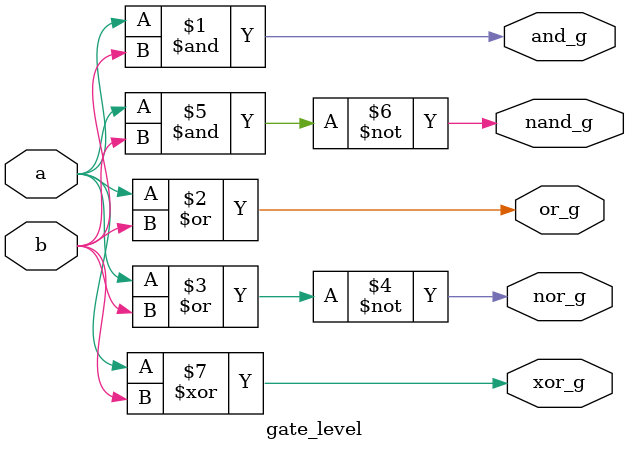
<source format=v>
`timescale 1ns / 1ps


module gate_level(
input a,b,
output xor_g,nor_g,and_g,or_g,nand_g
    );
 
 and(and_g,a,b);
 or(or_g,a,b);
 nor(nor_g,a,b);
 nand(nand_g,a,b);
 xor(xor_g,a,b);   
    
endmodule

</source>
